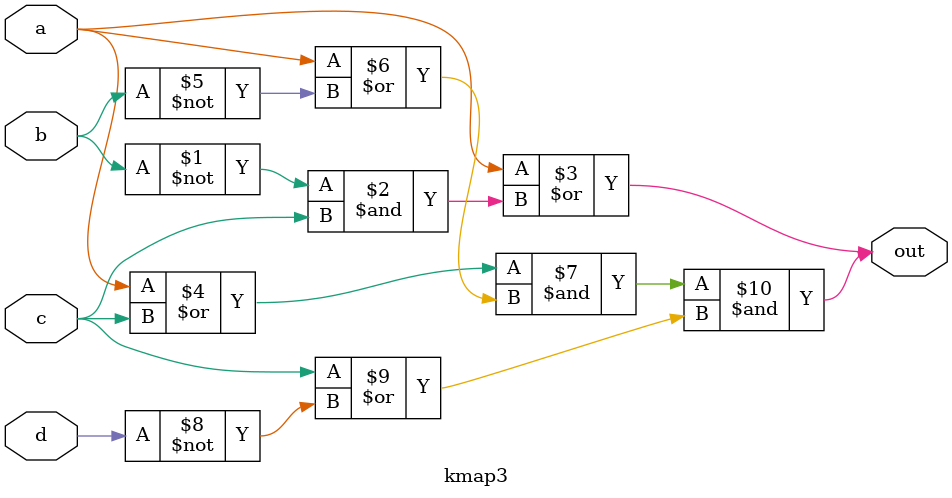
<source format=v>
module kmap3(
	input a,
	input b,
	input c,
	input d,
	output out
);
	// SOP
	assign out = a | (~b & c);
	
	// POS
	assign out = (a | c) & (a|~b) & (c|~d);
	
endmodule

</source>
